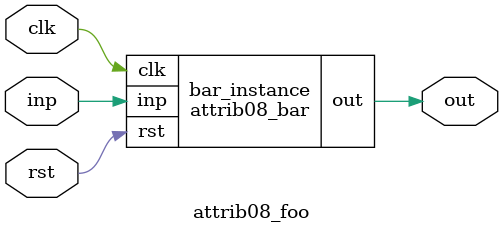
<source format=v>
module attrib08_bar(clk, rst, inp, out);
  input  wire clk;
  input  wire rst;
  input  wire inp;
  output reg  out;

  always @(posedge clk)
    if (rst) out <= 1'd0;
    else     out <= ~inp;

endmodule

module attrib08_foo(clk, rst, inp, out);
  input  wire clk;
  input  wire rst;
  input  wire inp;
  output wire out;

  (* my_module_instance = 99 *)
  attrib08_bar bar_instance (clk, rst, inp, out);
endmodule


</source>
